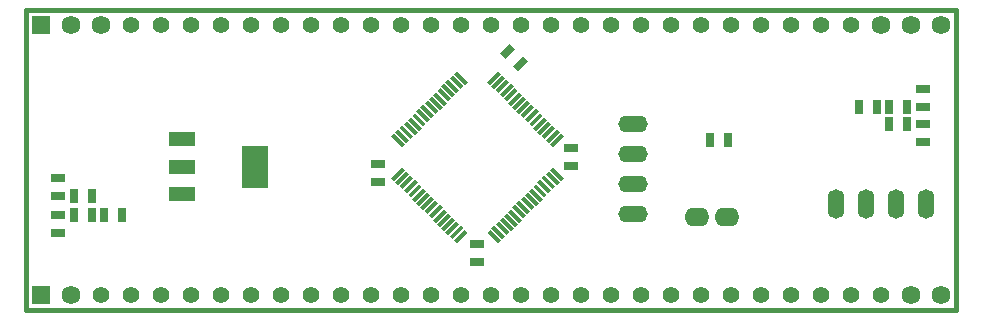
<source format=gbp>
G04 (created by PCBNEW-RS274X (2010-03-14)-final) date Tue 05 Apr 2011 06:41:08 PM CEST*
G01*
G70*
G90*
%MOIN*%
G04 Gerber Fmt 3.4, Leading zero omitted, Abs format*
%FSLAX34Y34*%
G04 APERTURE LIST*
%ADD10C,0.006000*%
%ADD11C,0.015000*%
%ADD12O,0.098400X0.056000*%
%ADD13O,0.056000X0.098400*%
%ADD14R,0.025000X0.045000*%
%ADD15R,0.045000X0.025000*%
%ADD16R,0.088000X0.048000*%
%ADD17R,0.086600X0.141700*%
%ADD18O,0.082700X0.063000*%
%ADD19C,0.062600*%
%ADD20C,0.055100*%
%ADD21R,0.063000X0.063000*%
G04 APERTURE END LIST*
G54D10*
G54D11*
X36500Y-28000D02*
X36500Y-18000D01*
X67500Y-28000D02*
X36500Y-28000D01*
X67500Y-18000D02*
X67500Y-28000D01*
X36500Y-18000D02*
X67500Y-18000D01*
G54D12*
X56745Y-21810D03*
X56745Y-22810D03*
X56745Y-23810D03*
X56745Y-24810D03*
G54D13*
X63520Y-24460D03*
X64520Y-24460D03*
X65520Y-24460D03*
X66520Y-24460D03*
G54D10*
G36*
X49465Y-22156D02*
X49103Y-21794D01*
X49201Y-21696D01*
X49563Y-22058D01*
X49465Y-22156D01*
X49465Y-22156D01*
G37*
G36*
X49604Y-22016D02*
X49242Y-21654D01*
X49340Y-21556D01*
X49702Y-21918D01*
X49604Y-22016D01*
X49604Y-22016D01*
G37*
G36*
X49743Y-21877D02*
X49381Y-21515D01*
X49479Y-21417D01*
X49841Y-21779D01*
X49743Y-21877D01*
X49743Y-21877D01*
G37*
G36*
X49883Y-21738D02*
X49521Y-21376D01*
X49619Y-21278D01*
X49981Y-21640D01*
X49883Y-21738D01*
X49883Y-21738D01*
G37*
G36*
X50022Y-21598D02*
X49660Y-21236D01*
X49758Y-21138D01*
X50120Y-21500D01*
X50022Y-21598D01*
X50022Y-21598D01*
G37*
G36*
X49047Y-22573D02*
X48685Y-22211D01*
X48783Y-22113D01*
X49145Y-22475D01*
X49047Y-22573D01*
X49047Y-22573D01*
G37*
G36*
X49186Y-22434D02*
X48824Y-22072D01*
X48922Y-21974D01*
X49284Y-22336D01*
X49186Y-22434D01*
X49186Y-22434D01*
G37*
G36*
X49325Y-22295D02*
X48963Y-21933D01*
X49061Y-21835D01*
X49423Y-22197D01*
X49325Y-22295D01*
X49325Y-22295D01*
G37*
G36*
X51985Y-20485D02*
X51887Y-20387D01*
X52249Y-20025D01*
X52347Y-20123D01*
X51985Y-20485D01*
X51985Y-20485D01*
G37*
G36*
X52124Y-20624D02*
X52026Y-20526D01*
X52388Y-20164D01*
X52486Y-20262D01*
X52124Y-20624D01*
X52124Y-20624D01*
G37*
G36*
X52263Y-20763D02*
X52165Y-20665D01*
X52527Y-20303D01*
X52625Y-20401D01*
X52263Y-20763D01*
X52263Y-20763D01*
G37*
G36*
X52402Y-20903D02*
X52304Y-20805D01*
X52666Y-20443D01*
X52764Y-20541D01*
X52402Y-20903D01*
X52402Y-20903D01*
G37*
G36*
X52542Y-21042D02*
X52444Y-20944D01*
X52806Y-20582D01*
X52904Y-20680D01*
X52542Y-21042D01*
X52542Y-21042D01*
G37*
G36*
X52681Y-21181D02*
X52583Y-21083D01*
X52945Y-20721D01*
X53043Y-20819D01*
X52681Y-21181D01*
X52681Y-21181D01*
G37*
G36*
X52820Y-21321D02*
X52722Y-21223D01*
X53084Y-20861D01*
X53182Y-20959D01*
X52820Y-21321D01*
X52820Y-21321D01*
G37*
G36*
X52960Y-21460D02*
X52862Y-21362D01*
X53224Y-21000D01*
X53322Y-21098D01*
X52960Y-21460D01*
X52960Y-21460D01*
G37*
G36*
X54337Y-23687D02*
X53975Y-23325D01*
X54073Y-23227D01*
X54435Y-23589D01*
X54337Y-23687D01*
X54337Y-23687D01*
G37*
G36*
X54198Y-23826D02*
X53836Y-23464D01*
X53934Y-23366D01*
X54296Y-23728D01*
X54198Y-23826D01*
X54198Y-23826D01*
G37*
G36*
X54059Y-23965D02*
X53697Y-23603D01*
X53795Y-23505D01*
X54157Y-23867D01*
X54059Y-23965D01*
X54059Y-23965D01*
G37*
G36*
X53919Y-24104D02*
X53557Y-23742D01*
X53655Y-23644D01*
X54017Y-24006D01*
X53919Y-24104D01*
X53919Y-24104D01*
G37*
G36*
X53780Y-24244D02*
X53418Y-23882D01*
X53516Y-23784D01*
X53878Y-24146D01*
X53780Y-24244D01*
X53780Y-24244D01*
G37*
G36*
X53641Y-24383D02*
X53279Y-24021D01*
X53377Y-23923D01*
X53739Y-24285D01*
X53641Y-24383D01*
X53641Y-24383D01*
G37*
G36*
X53501Y-24522D02*
X53139Y-24160D01*
X53237Y-24062D01*
X53599Y-24424D01*
X53501Y-24522D01*
X53501Y-24522D01*
G37*
G36*
X53362Y-24662D02*
X53000Y-24300D01*
X53098Y-24202D01*
X53460Y-24564D01*
X53362Y-24662D01*
X53362Y-24662D01*
G37*
G36*
X50871Y-25775D02*
X50773Y-25677D01*
X51135Y-25315D01*
X51233Y-25413D01*
X50871Y-25775D01*
X50871Y-25775D01*
G37*
G36*
X50732Y-25636D02*
X50634Y-25538D01*
X50996Y-25176D01*
X51094Y-25274D01*
X50732Y-25636D01*
X50732Y-25636D01*
G37*
G36*
X50593Y-25497D02*
X50495Y-25399D01*
X50857Y-25037D01*
X50955Y-25135D01*
X50593Y-25497D01*
X50593Y-25497D01*
G37*
G36*
X50454Y-25357D02*
X50356Y-25259D01*
X50718Y-24897D01*
X50816Y-24995D01*
X50454Y-25357D01*
X50454Y-25357D01*
G37*
G36*
X50314Y-25218D02*
X50216Y-25120D01*
X50578Y-24758D01*
X50676Y-24856D01*
X50314Y-25218D01*
X50314Y-25218D01*
G37*
G36*
X50175Y-25079D02*
X50077Y-24981D01*
X50439Y-24619D01*
X50537Y-24717D01*
X50175Y-25079D01*
X50175Y-25079D01*
G37*
G36*
X50036Y-24939D02*
X49938Y-24841D01*
X50300Y-24479D01*
X50398Y-24577D01*
X50036Y-24939D01*
X50036Y-24939D01*
G37*
G36*
X49896Y-24800D02*
X49798Y-24702D01*
X50160Y-24340D01*
X50258Y-24438D01*
X49896Y-24800D01*
X49896Y-24800D01*
G37*
G36*
X50160Y-21460D02*
X49798Y-21098D01*
X49896Y-21000D01*
X50258Y-21362D01*
X50160Y-21460D01*
X50160Y-21460D01*
G37*
G36*
X50300Y-21321D02*
X49938Y-20959D01*
X50036Y-20861D01*
X50398Y-21223D01*
X50300Y-21321D01*
X50300Y-21321D01*
G37*
G36*
X50439Y-21181D02*
X50077Y-20819D01*
X50175Y-20721D01*
X50537Y-21083D01*
X50439Y-21181D01*
X50439Y-21181D01*
G37*
G36*
X53098Y-21598D02*
X53000Y-21500D01*
X53362Y-21138D01*
X53460Y-21236D01*
X53098Y-21598D01*
X53098Y-21598D01*
G37*
G36*
X53237Y-21738D02*
X53139Y-21640D01*
X53501Y-21278D01*
X53599Y-21376D01*
X53237Y-21738D01*
X53237Y-21738D01*
G37*
G36*
X53377Y-21877D02*
X53279Y-21779D01*
X53641Y-21417D01*
X53739Y-21515D01*
X53377Y-21877D01*
X53377Y-21877D01*
G37*
G36*
X53224Y-24800D02*
X52862Y-24438D01*
X52960Y-24340D01*
X53322Y-24702D01*
X53224Y-24800D01*
X53224Y-24800D01*
G37*
G36*
X53084Y-24939D02*
X52722Y-24577D01*
X52820Y-24479D01*
X53182Y-24841D01*
X53084Y-24939D01*
X53084Y-24939D01*
G37*
G36*
X52945Y-25079D02*
X52583Y-24717D01*
X52681Y-24619D01*
X53043Y-24981D01*
X52945Y-25079D01*
X52945Y-25079D01*
G37*
G36*
X49758Y-24662D02*
X49660Y-24564D01*
X50022Y-24202D01*
X50120Y-24300D01*
X49758Y-24662D01*
X49758Y-24662D01*
G37*
G36*
X49619Y-24522D02*
X49521Y-24424D01*
X49883Y-24062D01*
X49981Y-24160D01*
X49619Y-24522D01*
X49619Y-24522D01*
G37*
G36*
X49479Y-24383D02*
X49381Y-24285D01*
X49743Y-23923D01*
X49841Y-24021D01*
X49479Y-24383D01*
X49479Y-24383D01*
G37*
G36*
X50578Y-21042D02*
X50216Y-20680D01*
X50314Y-20582D01*
X50676Y-20944D01*
X50578Y-21042D01*
X50578Y-21042D01*
G37*
G36*
X50718Y-20903D02*
X50356Y-20541D01*
X50454Y-20443D01*
X50816Y-20805D01*
X50718Y-20903D01*
X50718Y-20903D01*
G37*
G36*
X50857Y-20763D02*
X50495Y-20401D01*
X50593Y-20303D01*
X50955Y-20665D01*
X50857Y-20763D01*
X50857Y-20763D01*
G37*
G36*
X50996Y-20624D02*
X50634Y-20262D01*
X50732Y-20164D01*
X51094Y-20526D01*
X50996Y-20624D01*
X50996Y-20624D01*
G37*
G36*
X51135Y-20485D02*
X50773Y-20123D01*
X50871Y-20025D01*
X51233Y-20387D01*
X51135Y-20485D01*
X51135Y-20485D01*
G37*
G36*
X53516Y-22016D02*
X53418Y-21918D01*
X53780Y-21556D01*
X53878Y-21654D01*
X53516Y-22016D01*
X53516Y-22016D01*
G37*
G36*
X53655Y-22156D02*
X53557Y-22058D01*
X53919Y-21696D01*
X54017Y-21794D01*
X53655Y-22156D01*
X53655Y-22156D01*
G37*
G36*
X53795Y-22295D02*
X53697Y-22197D01*
X54059Y-21835D01*
X54157Y-21933D01*
X53795Y-22295D01*
X53795Y-22295D01*
G37*
G36*
X53934Y-22434D02*
X53836Y-22336D01*
X54198Y-21974D01*
X54296Y-22072D01*
X53934Y-22434D01*
X53934Y-22434D01*
G37*
G36*
X54073Y-22573D02*
X53975Y-22475D01*
X54337Y-22113D01*
X54435Y-22211D01*
X54073Y-22573D01*
X54073Y-22573D01*
G37*
G36*
X52806Y-25218D02*
X52444Y-24856D01*
X52542Y-24758D01*
X52904Y-25120D01*
X52806Y-25218D01*
X52806Y-25218D01*
G37*
G36*
X52666Y-25357D02*
X52304Y-24995D01*
X52402Y-24897D01*
X52764Y-25259D01*
X52666Y-25357D01*
X52666Y-25357D01*
G37*
G36*
X52527Y-25497D02*
X52165Y-25135D01*
X52263Y-25037D01*
X52625Y-25399D01*
X52527Y-25497D01*
X52527Y-25497D01*
G37*
G36*
X52388Y-25636D02*
X52026Y-25274D01*
X52124Y-25176D01*
X52486Y-25538D01*
X52388Y-25636D01*
X52388Y-25636D01*
G37*
G36*
X52249Y-25775D02*
X51887Y-25413D01*
X51985Y-25315D01*
X52347Y-25677D01*
X52249Y-25775D01*
X52249Y-25775D01*
G37*
G36*
X49340Y-24244D02*
X49242Y-24146D01*
X49604Y-23784D01*
X49702Y-23882D01*
X49340Y-24244D01*
X49340Y-24244D01*
G37*
G36*
X49201Y-24104D02*
X49103Y-24006D01*
X49465Y-23644D01*
X49563Y-23742D01*
X49201Y-24104D01*
X49201Y-24104D01*
G37*
G36*
X49061Y-23965D02*
X48963Y-23867D01*
X49325Y-23505D01*
X49423Y-23603D01*
X49061Y-23965D01*
X49061Y-23965D01*
G37*
G36*
X48922Y-23826D02*
X48824Y-23728D01*
X49186Y-23366D01*
X49284Y-23464D01*
X48922Y-23826D01*
X48922Y-23826D01*
G37*
G36*
X48783Y-23687D02*
X48685Y-23589D01*
X49047Y-23227D01*
X49145Y-23325D01*
X48783Y-23687D01*
X48783Y-23687D01*
G37*
G54D14*
X64280Y-21240D03*
X64880Y-21240D03*
X65280Y-21240D03*
X65880Y-21240D03*
X65280Y-21780D03*
X65880Y-21780D03*
X39720Y-24820D03*
X39120Y-24820D03*
X38700Y-24820D03*
X38100Y-24820D03*
X38700Y-24180D03*
X38100Y-24180D03*
X59900Y-22320D03*
X59300Y-22320D03*
G54D15*
X66420Y-21240D03*
X66420Y-20640D03*
X66420Y-21780D03*
X66420Y-22380D03*
X37580Y-24820D03*
X37580Y-25420D03*
X37580Y-24180D03*
X37580Y-23580D03*
G54D10*
G36*
X53239Y-19721D02*
X52921Y-20039D01*
X52745Y-19863D01*
X53063Y-19545D01*
X53239Y-19721D01*
X53239Y-19721D01*
G37*
G36*
X52815Y-19297D02*
X52497Y-19615D01*
X52321Y-19439D01*
X52639Y-19121D01*
X52815Y-19297D01*
X52815Y-19297D01*
G37*
G54D15*
X48240Y-23140D03*
X48240Y-23740D03*
X54690Y-22580D03*
X54690Y-23180D03*
X51560Y-25780D03*
X51560Y-26380D03*
G54D16*
X41720Y-24130D03*
X41720Y-23220D03*
X41720Y-22310D03*
G54D17*
X44160Y-23220D03*
G54D18*
X58870Y-24890D03*
X59870Y-24890D03*
G54D19*
X67000Y-27500D03*
G54D20*
X58000Y-27500D03*
X63000Y-27500D03*
X59000Y-27500D03*
X60000Y-27500D03*
X61000Y-27500D03*
X62000Y-27500D03*
X64000Y-27500D03*
X65000Y-27500D03*
G54D19*
X66000Y-27500D03*
G54D20*
X51000Y-27500D03*
X50000Y-27500D03*
X49000Y-27500D03*
X48000Y-27500D03*
X52000Y-27500D03*
X57000Y-27500D03*
X53000Y-27500D03*
X54000Y-27500D03*
X55000Y-27500D03*
X56000Y-27500D03*
X46000Y-27500D03*
X45000Y-27500D03*
X44000Y-27500D03*
X43000Y-27500D03*
X47000Y-27500D03*
G54D21*
X37000Y-27500D03*
G54D20*
X42000Y-27500D03*
G54D19*
X38000Y-27500D03*
G54D20*
X39000Y-27500D03*
X40000Y-27500D03*
X41000Y-27500D03*
G54D19*
X67000Y-18500D03*
G54D20*
X58000Y-18500D03*
X63000Y-18500D03*
X59000Y-18500D03*
X60000Y-18500D03*
X61000Y-18500D03*
X62000Y-18500D03*
X64000Y-18500D03*
G54D19*
X65000Y-18500D03*
X66000Y-18500D03*
G54D20*
X51000Y-18500D03*
X50000Y-18500D03*
X49000Y-18500D03*
X48000Y-18500D03*
X52000Y-18500D03*
X57000Y-18500D03*
X53000Y-18500D03*
X54000Y-18500D03*
X55000Y-18500D03*
X56000Y-18500D03*
X46000Y-18500D03*
X45000Y-18500D03*
X44000Y-18500D03*
X43000Y-18500D03*
X47000Y-18500D03*
G54D21*
X37000Y-18500D03*
G54D20*
X42000Y-18500D03*
G54D19*
X38000Y-18500D03*
X39000Y-18500D03*
G54D20*
X40000Y-18500D03*
X41000Y-18500D03*
M02*

</source>
